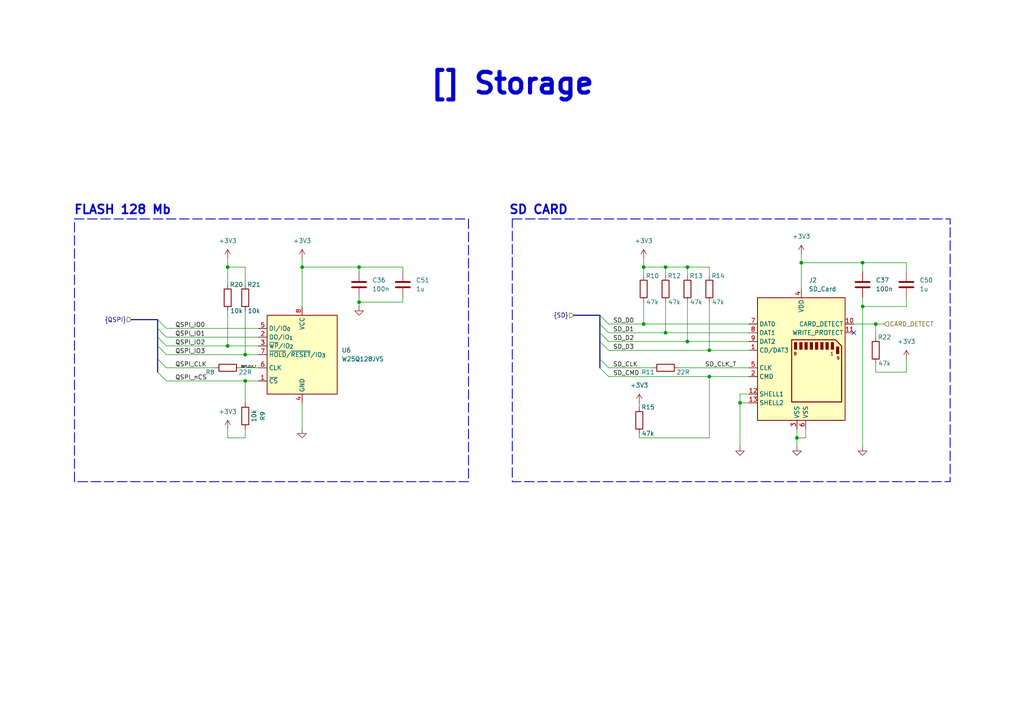
<source format=kicad_sch>
(kicad_sch (version 20250114) (generator "eeschema") (generator_version "9.0")
  (paper "A4")
  (title_block (title "Storage") (date "2025-12-13") (rev "1.0") (company "Hoppen"))
  (lib_symbols
    (symbol "0_storage:SD_Card_Receptacle"
      (property "Reference" "J" (at -11.938 19.304 0))
      (property "Value" "SD_Card" (at 12.7 19.05 0))
      (symbol "SD_Card_Receptacle_0_1"
        (rectangle (start -2.032 2.794) (end -1.27 4.826) (fill (type outline)))
        (rectangle (start -0.508 2.794) (end 0.254 4.826) (fill (type outline)))
        (rectangle (start 1.016 2.794) (end 1.778 4.826) (fill (type outline)))
        (rectangle (start 2.54 2.794) (end 3.302 4.826) (fill (type outline)))
        (rectangle (start 4.064 2.794) (end 4.826 4.826) (fill (type outline)))
        (rectangle (start 5.588 2.794) (end 6.35 4.826) (fill (type outline)))
        (rectangle (start 7.112 2.794) (end 7.874 4.826) (fill (type outline)))
        (rectangle (start 8.636 2.794) (end 9.398 4.826) (fill (type outline)))
        (rectangle (start 10.16 1.524) (end 10.922 3.556) (fill (type outline)))
      )
      (symbol "SD_Card_Receptacle_1_1"
        (rectangle (start -12.7 17.78) (end 12.7 -17.78) (stroke (width 0.254)) (fill (type background)))
        (polyline (pts (xy 9.906 5.588) (xy -2.794 5.588) (xy -2.794 -12.446) (xy 11.684 -12.446) (xy 11.684 3.81) (xy 9.906 5.588)) (stroke (width 0.3)))
        (text "8" (at -1.778 1.524 0) (effects (font (size 0.9 0.9))))
        (text "1" (at 8.89 1.524 0) (effects (font (size 0.9 0.9))))
        (text "9" (at 10.668 0.254 0) (effects (font (size 0.9 0.9))))
        (pin bidirectional line (at -15.24 10.16 0) (length 2.54) (name "DAT0") (number "7"))
        (pin bidirectional line (at -15.24 7.62 0) (length 2.54) (name "DAT1") (number "8"))
        (pin bidirectional line (at -15.24 5.08 0) (length 2.54) (name "DAT2") (number "9"))
        (pin bidirectional line (at -15.24 2.54 0) (length 2.54) (name "CD/DAT3") (number "1"))
        (pin input line (at -15.24 -2.54 0) (length 2.54) (name "CLK") (number "5"))
        (pin bidirectional line (at -15.24 -5.08 0) (length 2.54) (name "CMD") (number "2"))
        (pin passive line (at -15.24 -10.16 0) (length 2.54) (name "SHELL1") (number "12"))
        (pin passive line (at -15.24 -12.7 0) (length 2.54) (name "SHELL2") (number "13"))
        (pin power_in line (at -1.27 -20.32 90) (length 2.54) (name "VSS") (number "3"))
        (pin power_in line (at 0 20.32 270) (length 2.54) (name "VDD") (number "4"))
        (pin passive line (at 1.27 -20.32 90) (length 2.54) (name "VSS") (number "6"))
        (pin output line (at 15.24 10.16 180) (length 2.54) (name "CARD_DETECT") (number "10"))
        (pin output line (at 15.24 7.62 180) (length 2.54) (name "WRITE_PROTECT") (number "11"))
      )
    )
    (symbol "0_storage:W25Q128JVS"
      (property "Reference" "U" (at -10.16 11.43 0))
      (property "Value" "W25Q128JVS" (at 7.62 11.43 0))
      (symbol "W25Q128JVS_0_1"
        (rectangle (start -10.16 10.16) (end 10.16 -12.7) (stroke (width 0.254)) (fill (type background)))
      )
      (symbol "W25Q128JVS_1_1"
        (pin bidirectional line (at -12.7 6.35 0) (length 2.54) (name "DI/IO_{0}") (number "5"))
        (pin bidirectional line (at -12.7 3.81 0) (length 2.54) (name "DO/IO_{1}") (number "2"))
        (pin bidirectional line (at -12.7 1.27 0) (length 2.54) (name "~{WP}/IO_{2}") (number "3"))
        (pin bidirectional line (at -12.7 -1.27 0) (length 2.54) (name "~{HOLD}/~{RESET}/IO_{3}") (number "7"))
        (pin input line (at -12.7 -5.08 0) (length 2.54) (name "CLK") (number "6"))
        (pin input line (at -12.7 -8.89 0) (length 2.54) (name "~{CS}") (number "1"))
        (pin power_in line (at 0 12.7 270) (length 2.54) (name "VCC") (number "8"))
        (pin power_in line (at 0 -15.24 90) (length 2.54) (name "GND") (number "4"))
      )
    )
    (symbol "Device:C" (pin_numbers (hide yes)) (pin_names (offset 0.254))
      (property "Reference" "C" (at 0.635 2.54 0))
      (property "Value" "C" (at 0.635 -2.54 0))
      (symbol "C_0_1"
        (polyline (pts (xy -2.032 0.762) (xy 2.032 0.762)) (stroke (width 0.508)))
        (polyline (pts (xy -2.032 -0.762) (xy 2.032 -0.762)) (stroke (width 0.508)))
      )
      (symbol "C_1_1"
        (pin passive line (at 0 3.81 270) (length 2.794) (name "~") (number "1"))
        (pin passive line (at 0 -3.81 90) (length 2.794) (name "~") (number "2"))
      )
    )
    (symbol "Device:R" (pin_numbers (hide yes)) (pin_names (offset 0))
      (property "Reference" "R" (at 2.032 0 90))
      (property "Value" "R" (at 0 0 90))
      (symbol "R_0_1"
        (rectangle (start -1.016 -2.54) (end 1.016 2.54) (stroke (width 0.254)))
      )
      (symbol "R_1_1"
        (pin passive line (at 0 3.81 270) (length 1.27) (name "~") (number "1"))
        (pin passive line (at 0 -3.81 90) (length 1.27) (name "~") (number "2"))
      )
    )
    (symbol "power:+3.3V" (power) (pin_numbers (hide yes)) (pin_names (offset 0) (hide yes))
      (property "Value" "+3.3V" (at 0 3.556 0))
      (symbol "+3.3V_0_1"
        (polyline (pts (xy -0.762 1.27) (xy 0 2.54)))
        (polyline (pts (xy 0 2.54) (xy 0.762 1.27)))
        (polyline (pts (xy 0 0) (xy 0 2.54)))
      )
      (symbol "+3.3V_1_1"
        (pin power_in line (at 0 0 90) (length 0) (name "~") (number "1"))
      )
    )
    (symbol "power:GND" (power) (pin_numbers (hide yes)) (pin_names (offset 0) (hide yes))
      (property "Value" "GND" (at 0 -3.81 0))
      (symbol "GND_0_1"
        (polyline (pts (xy 0 0) (xy 0 -1.27) (xy 1.27 -1.27) (xy 0 -2.54) (xy -1.27 -1.27) (xy 0 -1.27)))
      )
      (symbol "GND_1_1"
        (pin power_in line (at 0 0 270) (length 0) (name "~") (number "1"))
      )
    )
  )
  (bus_alias "QSPI" (members "QSPI_IO0" "QSPI_IO1" "QSPI_IO2" "QSPI_IO3" "QSPI_CLK" "QSPI_nCS"))
  (bus_alias "SD" (members "SD_D0" "SD_D1" "SD_D2" "SD_D3" "SD_CLK" "SD_CMD"))
  (rectangle (start 148.59 63.5) (end 275.59 139.7) (stroke (width 0.254) (type dash)))
  (rectangle (start 21.59 63.5) (end 135.89 139.7) (stroke (width 0.254) (type dash)))
  (text "FLASH 128 Mb\n" (at 35.56 60.96 0) (effects (font (size 2.54 2.54) (thickness 0.508) (bold yes))))
  (text "SD CARD\n" (at 156.21 60.96 0) (effects (font (size 2.54 2.54) (thickness 0.508) (bold yes))))
  (text_box "[${#}] ${TITLE}" (at 101.6 17.78 0) (size 93.98 12.7) (margins 4.4999 4.4999 4.4999 4.4999) (stroke (width -0.0001)) (effects (font (size 6 6) (thickness 1.2) (bold yes))))
  (junction (at 205.74 101.6))
  (junction (at 231.14 127))
  (junction (at 71.12 110.49))
  (junction (at 104.14 77.47))
  (junction (at 193.04 96.52))
  (junction (at 199.39 99.06))
  (junction (at 250.19 88.9))
  (junction (at 205.74 109.22))
  (junction (at 71.12 102.87))
  (junction (at 186.69 93.98))
  (junction (at 199.39 77.47))
  (junction (at 87.63 77.47))
  (junction (at 66.04 77.47))
  (junction (at 104.14 87.63))
  (junction (at 250.19 76.2))
  (junction (at 214.63 116.84))
  (junction (at 66.04 100.33))
  (junction (at 254 93.98))
  (junction (at 232.41 76.2))
  (junction (at 186.69 77.47))
  (junction (at 193.04 77.47))
  (no_connect (at 247.65 96.52))
  (bus_entry (at 45.72 104.14) (size 2.54 2.54))
  (bus_entry (at 45.72 97.79) (size 2.54 2.54))
  (bus_entry (at 173.99 93.98) (size 2.54 2.54))
  (bus_entry (at 173.99 104.14) (size 2.54 2.54))
  (bus_entry (at 173.99 99.06) (size 2.54 2.54))
  (bus_entry (at 173.99 96.52) (size 2.54 2.54))
  (bus_entry (at 173.99 106.68) (size 2.54 2.54))
  (bus_entry (at 45.72 92.71) (size 2.54 2.54))
  (bus_entry (at 45.72 107.95) (size 2.54 2.54))
  (bus_entry (at 173.99 91.44) (size 2.54 2.54))
  (bus_entry (at 45.72 95.25) (size 2.54 2.54))
  (bus_entry (at 45.72 100.33) (size 2.54 2.54))
  (wire (pts (xy 71.12 110.49) (xy 71.12 116.84)))
  (wire (pts (xy 66.04 77.47) (xy 71.12 77.47)))
  (wire (pts (xy 71.12 102.87) (xy 74.93 102.87)))
  (wire (pts (xy 104.14 77.47) (xy 116.84 77.47)))
  (wire (pts (xy 193.04 96.52) (xy 217.17 96.52)))
  (wire (pts (xy 66.04 100.33) (xy 74.93 100.33)))
  (bus (pts (xy 45.72 104.14) (xy 45.72 100.33)))
  (wire (pts (xy 199.39 77.47) (xy 199.39 80.01)))
  (wire (pts (xy 186.69 77.47) (xy 186.69 80.01)))
  (wire (pts (xy 205.74 109.22) (xy 217.17 109.22)))
  (wire (pts (xy 87.63 77.47) (xy 87.63 88.9)))
  (wire (pts (xy 193.04 77.47) (xy 186.69 77.47)))
  (bus (pts (xy 173.99 96.52) (xy 173.99 93.98)))
  (wire (pts (xy 254 93.98) (xy 256.54 93.98)))
  (wire (pts (xy 254 105.41) (xy 254 107.95)))
  (wire (pts (xy 186.69 74.93) (xy 186.69 77.47)))
  (wire (pts (xy 87.63 116.84) (xy 87.63 124.46)))
  (wire (pts (xy 205.74 101.6) (xy 217.17 101.6)))
  (wire (pts (xy 232.41 73.66) (xy 232.41 76.2)))
  (wire (pts (xy 214.63 116.84) (xy 217.17 116.84)))
  (wire (pts (xy 48.26 95.25) (xy 74.93 95.25)))
  (wire (pts (xy 87.63 74.93) (xy 87.63 77.47)))
  (wire (pts (xy 205.74 77.47) (xy 199.39 77.47)))
  (wire (pts (xy 233.68 124.46) (xy 233.68 127)))
  (bus (pts (xy 173.99 93.98) (xy 173.99 91.44)))
  (wire (pts (xy 176.53 99.06) (xy 199.39 99.06)))
  (wire (pts (xy 250.19 76.2) (xy 250.19 78.74)))
  (wire (pts (xy 66.04 74.93) (xy 66.04 77.47)))
  (wire (pts (xy 185.42 125.73) (xy 185.42 127)))
  (wire (pts (xy 116.84 87.63) (xy 116.84 86.36)))
  (wire (pts (xy 66.04 90.17) (xy 66.04 100.33)))
  (wire (pts (xy 71.12 110.49) (xy 74.93 110.49)))
  (bus (pts (xy 173.99 99.06) (xy 173.99 96.52)))
  (wire (pts (xy 205.74 87.63) (xy 205.74 101.6)))
  (wire (pts (xy 71.12 90.17) (xy 71.12 102.87)))
  (wire (pts (xy 193.04 77.47) (xy 193.04 80.01)))
  (wire (pts (xy 250.19 76.2) (xy 262.89 76.2)))
  (wire (pts (xy 214.63 114.3) (xy 217.17 114.3)))
  (wire (pts (xy 48.26 110.49) (xy 71.12 110.49)))
  (bus (pts (xy 173.99 106.68) (xy 173.99 104.14)))
  (wire (pts (xy 48.26 106.68) (xy 62.23 106.68)))
  (wire (pts (xy 232.41 76.2) (xy 250.19 76.2)))
  (bus (pts (xy 45.72 97.79) (xy 45.72 95.25)))
  (wire (pts (xy 71.12 127) (xy 71.12 124.46)))
  (wire (pts (xy 250.19 86.36) (xy 250.19 88.9)))
  (wire (pts (xy 231.14 127) (xy 231.14 129.54)))
  (wire (pts (xy 104.14 87.63) (xy 104.14 86.36)))
  (wire (pts (xy 262.89 88.9) (xy 250.19 88.9)))
  (wire (pts (xy 193.04 87.63) (xy 193.04 96.52)))
  (wire (pts (xy 231.14 127) (xy 233.68 127)))
  (wire (pts (xy 254 93.98) (xy 254 97.79)))
  (wire (pts (xy 104.14 87.63) (xy 116.84 87.63)))
  (wire (pts (xy 48.26 100.33) (xy 66.04 100.33)))
  (wire (pts (xy 87.63 77.47) (xy 104.14 77.47)))
  (wire (pts (xy 247.65 93.98) (xy 254 93.98)))
  (wire (pts (xy 231.14 124.46) (xy 231.14 127)))
  (wire (pts (xy 214.63 129.54) (xy 214.63 116.84)))
  (bus (pts (xy 45.72 92.71) (xy 38.1 92.71)))
  (wire (pts (xy 116.84 77.47) (xy 116.84 78.74)))
  (wire (pts (xy 66.04 124.46) (xy 66.04 127)))
  (bus (pts (xy 45.72 100.33) (xy 45.72 97.79)))
  (wire (pts (xy 262.89 86.36) (xy 262.89 88.9)))
  (wire (pts (xy 186.69 87.63) (xy 186.69 93.98)))
  (wire (pts (xy 199.39 99.06) (xy 217.17 99.06)))
  (wire (pts (xy 254 107.95) (xy 262.89 107.95)))
  (wire (pts (xy 48.26 102.87) (xy 71.12 102.87)))
  (wire (pts (xy 186.69 93.98) (xy 217.17 93.98)))
  (wire (pts (xy 71.12 77.47) (xy 71.12 82.55)))
  (wire (pts (xy 48.26 97.79) (xy 74.93 97.79)))
  (wire (pts (xy 214.63 116.84) (xy 214.63 114.3)))
  (bus (pts (xy 173.99 91.44) (xy 166.37 91.44)))
  (wire (pts (xy 69.85 106.68) (xy 74.93 106.68)))
  (wire (pts (xy 232.41 83.82) (xy 232.41 76.2)))
  (wire (pts (xy 185.42 116.84) (xy 185.42 118.11)))
  (bus (pts (xy 45.72 95.25) (xy 45.72 92.71)))
  (wire (pts (xy 199.39 77.47) (xy 193.04 77.47)))
  (wire (pts (xy 205.74 80.01) (xy 205.74 77.47)))
  (wire (pts (xy 176.53 96.52) (xy 193.04 96.52)))
  (wire (pts (xy 66.04 77.47) (xy 66.04 82.55)))
  (wire (pts (xy 176.53 106.68) (xy 189.23 106.68)))
  (wire (pts (xy 199.39 87.63) (xy 199.39 99.06)))
  (wire (pts (xy 176.53 101.6) (xy 205.74 101.6)))
  (wire (pts (xy 262.89 76.2) (xy 262.89 78.74)))
  (wire (pts (xy 104.14 87.63) (xy 104.14 88.9)))
  (bus (pts (xy 45.72 107.95) (xy 45.72 104.14)))
  (wire (pts (xy 262.89 104.14) (xy 262.89 107.95)))
  (wire (pts (xy 185.42 127) (xy 205.74 127)))
  (wire (pts (xy 104.14 77.47) (xy 104.14 78.74)))
  (bus (pts (xy 173.99 99.06) (xy 173.99 104.14)))
  (wire (pts (xy 176.53 93.98) (xy 186.69 93.98)))
  (wire (pts (xy 66.04 127) (xy 71.12 127)))
  (wire (pts (xy 205.74 127) (xy 205.74 109.22)))
  (wire (pts (xy 176.53 109.22) (xy 205.74 109.22)))
  (wire (pts (xy 196.85 106.68) (xy 217.17 106.68)))
  (wire (pts (xy 250.19 88.9) (xy 250.19 129.54)))
  (label "QSPI_IO1" (at 50.8 97.79 0))
  (label "QSPI_CLK" (at 50.8 106.68 0))
  (label "SD_D3" (at 177.8 101.6 0))
  (label "SD_CLK_T" (at 204.47 106.68 0))
  (label "QSPI_nCS" (at 50.8 110.49 0))
  (label "SD_CLK" (at 177.8 106.68 0))
  (label "QSPI_IO0" (at 50.8 95.25 0))
  (label "SD_CMD" (at 177.8 109.22 0))
  (label "QSPI_CLK_T" (at 69.85 106.68 0) (effects (font (size 0.508 0.508))))
  (label "QSPI_IO3" (at 50.8 102.87 0))
  (label "SD_D0" (at 177.8 93.98 0))
  (label "SD_D1" (at 177.8 96.52 0))
  (label "SD_D2" (at 177.8 99.06 0))
  (label "QSPI_IO2" (at 50.8 100.33 0))
  (hierarchical_label "CARD_DETECT" (shape input) (at 256.54 93.98 0))
  (hierarchical_label "{QSPI}" (shape input) (at 38.1 92.71 180))
  (hierarchical_label "{SD}" (shape input) (at 166.37 91.44 180))
  (symbol (lib_id "power:+3.3V") (at 186.69 74.93 0) (unit 1)
    (property "Reference" "#PWR078" (effects (hide yes)))
    (property "Value" "+3V3" (at 186.69 69.85 0))
    (property "Description" "Power symbol creates a global label with name \"+3.3V\"" (effects (hide yes)))
  )
  (symbol (lib_id "power:+3.3V") (at 66.04 74.93 0) (unit 1)
    (property "Reference" "#PWR084" (effects (hide yes)))
    (property "Value" "+3V3" (at 66.04 69.85 0))
    (property "Description" "Power symbol creates a global label with name \"+3.3V\"" (effects (hide yes)))
  )
  (symbol (lib_id "power:+3.3V") (at 87.63 74.93 0) (unit 1)
    (property "Reference" "#PWR042" (effects (hide yes)))
    (property "Value" "+3V3" (at 87.63 69.85 0))
    (property "Description" "Power symbol creates a global label with name \"+3.3V\"" (effects (hide yes)))
  )
  (symbol (lib_id "Device:R") (at 71.12 120.65 180) (unit 1)
    (property "Reference" "R9" (at 76.2 120.65 90))
    (property "Value" "10k" (at 73.66 120.65 90))
    (property "Footprint" "0_resistor_smd:R_0402_1005Metric" (effects (hide yes)))
    (property "Description" "Resistor" (effects (hide yes)))
  )
  (symbol (lib_id "Device:C") (at 104.14 82.55 0) (unit 1)
    (property "Reference" "C36" (at 107.95 81.2799 0) (effects (justify left)))
    (property "Value" "100n" (at 107.95 83.8199 0) (effects (justify left)))
    (property "Footprint" "0_capacitor_smd:C_0402_1005Metric" (effects (hide yes)))
    (property "Description" "Unpolarized capacitor" (effects (hide yes)))
  )
  (symbol (lib_id "power:GND") (at 214.63 129.54 0) (unit 1)
    (property "Reference" "#PWR046" (effects (hide yes)))
    (property "Value" "GND" (effects (hide yes)))
    (property "Description" "Power symbol creates a global label with name \"GND\" , ground" (effects (hide yes)))
  )
  (symbol (lib_id "Device:R") (at 193.04 83.82 0) (unit 1)
    (property "Reference" "R12" (at 195.58 80.01 0))
    (property "Value" "47k" (at 195.58 87.63 0))
    (property "Footprint" "0_resistor_smd:R_0402_1005Metric" (effects (hide yes)))
    (property "Description" "Resistor" (effects (hide yes)))
  )
  (symbol (lib_id "Device:R") (at 66.04 86.36 0) (unit 1)
    (property "Reference" "R20" (at 68.58 82.55 0))
    (property "Value" "10k" (at 68.58 90.17 0))
    (property "Footprint" "0_resistor_smd:R_0402_1005Metric" (effects (hide yes)))
    (property "Description" "Resistor" (effects (hide yes)))
  )
  (symbol (lib_id "power:GND") (at 104.14 88.9 0) (unit 1)
    (property "Reference" "#PWR044" (effects (hide yes)))
    (property "Value" "GND" (effects (hide yes)))
    (property "Description" "Power symbol creates a global label with name \"GND\" , ground" (effects (hide yes)))
  )
  (symbol (lib_id "power:GND") (at 231.14 129.54 0) (unit 1)
    (property "Reference" "#PWR047" (effects (hide yes)))
    (property "Value" "GND" (effects (hide yes)))
    (property "Description" "Power symbol creates a global label with name \"GND\" , ground" (effects (hide yes)))
  )
  (symbol (lib_id "power:+3.3V") (at 232.41 73.66 0) (unit 1)
    (property "Reference" "#PWR049" (effects (hide yes)))
    (property "Value" "+3V3" (at 232.41 68.58 0))
    (property "Description" "Power symbol creates a global label with name \"+3.3V\"" (effects (hide yes)))
  )
  (symbol (lib_id "Device:C") (at 116.84 82.55 0) (unit 1)
    (property "Reference" "C51" (at 120.65 81.2799 0) (effects (justify left)))
    (property "Value" "1u" (at 120.65 83.8199 0) (effects (justify left)))
    (property "Footprint" "0_capacitor_smd:C_0603_1608Metric" (effects (hide yes)))
    (property "Description" "Unpolarized capacitor" (effects (hide yes)))
  )
  (symbol (lib_id "Device:R") (at 71.12 86.36 0) (unit 1)
    (property "Reference" "R21" (at 73.66 82.55 0))
    (property "Value" "10k" (at 73.66 90.17 0))
    (property "Footprint" "0_resistor_smd:R_0402_1005Metric" (effects (hide yes)))
    (property "Description" "Resistor" (effects (hide yes)))
  )
  (symbol (lib_id "Device:R") (at 66.04 106.68 90) (unit 1)
    (property "Reference" "R8" (at 60.96 107.95 90))
    (property "Value" "22R" (at 71.12 107.95 90))
    (property "Footprint" "0_resistor_smd:R_0402_1005Metric" (effects (hide yes)))
    (property "Description" "Resistor" (effects (hide yes)))
  )
  (symbol (lib_id "Device:R") (at 186.69 83.82 0) (unit 1)
    (property "Reference" "R10" (at 189.23 80.01 0))
    (property "Value" "47k" (at 189.23 87.63 0))
    (property "Footprint" "0_resistor_smd:R_0402_1005Metric" (effects (hide yes)))
    (property "Description" "Resistor" (effects (hide yes)))
  )
  (symbol (lib_id "power:GND") (at 87.63 124.46 0) (unit 1)
    (property "Reference" "#PWR043" (effects (hide yes)))
    (property "Value" "GND" (effects (hide yes)))
    (property "Description" "Power symbol creates a global label with name \"GND\" , ground" (effects (hide yes)))
  )
  (symbol (lib_id "power:+3.3V") (at 66.04 124.46 0) (unit 1)
    (property "Reference" "#PWR045" (effects (hide yes)))
    (property "Value" "+3V3" (at 66.04 119.38 0))
    (property "Description" "Power symbol creates a global label with name \"+3.3V\"" (effects (hide yes)))
  )
  (symbol (lib_id "Device:R") (at 254 101.6 0) (unit 1)
    (property "Reference" "R22" (at 256.54 97.79 0))
    (property "Value" "47k" (at 256.54 105.41 0))
    (property "Footprint" "0_resistor_smd:R_0402_1005Metric" (effects (hide yes)))
    (property "Description" "Resistor" (effects (hide yes)))
  )
  (symbol (lib_id "power:+3.3V") (at 185.42 116.84 0) (unit 1)
    (property "Reference" "#PWR079" (effects (hide yes)))
    (property "Value" "+3V3" (at 185.42 111.76 0))
    (property "Description" "Power symbol creates a global label with name \"+3.3V\"" (effects (hide yes)))
  )
  (symbol (lib_id "Device:R") (at 193.04 106.68 90) (unit 1)
    (property "Reference" "R11" (at 187.96 107.95 90))
    (property "Value" "22R" (at 198.12 107.95 90))
    (property "Footprint" "0_resistor_smd:R_0402_1005Metric" (effects (hide yes)))
    (property "Description" "Resistor" (effects (hide yes)))
  )
  (symbol (lib_id "Device:R") (at 205.74 83.82 0) (unit 1)
    (property "Reference" "R14" (at 208.28 80.01 0))
    (property "Value" "47k" (at 208.28 87.63 0))
    (property "Footprint" "0_resistor_smd:R_0402_1005Metric" (effects (hide yes)))
    (property "Description" "Resistor" (effects (hide yes)))
  )
  (symbol (lib_id "Device:R") (at 199.39 83.82 0) (unit 1)
    (property "Reference" "R13" (at 201.93 80.01 0))
    (property "Value" "47k" (at 201.93 87.63 0))
    (property "Footprint" "0_resistor_smd:R_0402_1005Metric" (effects (hide yes)))
    (property "Description" "Resistor" (effects (hide yes)))
  )
  (symbol (lib_id "Device:C") (at 250.19 82.55 0) (unit 1)
    (property "Reference" "C37" (at 254 81.2799 0) (effects (justify left)))
    (property "Value" "100n" (at 254 83.8199 0) (effects (justify left)))
    (property "Footprint" "0_capacitor_smd:C_0402_1005Metric" (effects (hide yes)))
    (property "Description" "Unpolarized capacitor" (effects (hide yes)))
  )
  (symbol (lib_id "power:+3.3V") (at 262.89 104.14 0) (unit 1)
    (property "Reference" "#PWR080" (effects (hide yes)))
    (property "Value" "+3V3" (at 262.89 99.06 0))
    (property "Description" "Power symbol creates a global label with name \"+3.3V\"" (effects (hide yes)))
  )
  (symbol (lib_id "Device:C") (at 262.89 82.55 0) (unit 1)
    (property "Reference" "C50" (at 266.7 81.2799 0) (effects (justify left)))
    (property "Value" "1u" (at 266.7 83.8199 0) (effects (justify left)))
    (property "Footprint" "0_capacitor_smd:C_0603_1608Metric" (effects (hide yes)))
    (property "Description" "Unpolarized capacitor" (effects (hide yes)))
  )
  (symbol (lib_id "0_storage:W25Q128JVS") (at 87.63 101.6 0) (unit 1)
    (property "Reference" "U6" (at 99.06 101.5999 0) (effects (justify left)))
    (property "Value" "W25Q128JVS" (at 99.06 104.1399 0) (effects (justify left)))
    (property "Footprint" "Package_SO:SOIC-8_5.3x5.3mm_P1.27mm" (effects (hide yes)))
    (property "Datasheet" "https://www.winbond.com/resource-files/w25q128jv_dtr%20revc%2003272018%20plus.pdf" (effects (hide yes)))
    (property "Description" "128Mbit / 16MiB Serial Flash Memory, Standard/Dual/Quad SPI, 2.7-3.6V, SOIC-8" (effects (hide yes)))
  )
  (symbol (lib_id "Device:R") (at 185.42 121.92 0) (unit 1)
    (property "Reference" "R15" (at 187.96 118.11 0))
    (property "Value" "47k" (at 187.96 125.73 0))
    (property "Footprint" "0_resistor_smd:R_0402_1005Metric" (effects (hide yes)))
    (property "Description" "Resistor" (effects (hide yes)))
  )
  (symbol (lib_id "power:GND") (at 250.19 129.54 0) (unit 1)
    (property "Reference" "#PWR048" (effects (hide yes)))
    (property "Value" "GND" (effects (hide yes)))
    (property "Description" "Power symbol creates a global label with name \"GND\" , ground" (effects (hide yes)))
  )
  (symbol (lib_id "0_storage:SD_Card_Receptacle") (at 232.41 104.14 0) (unit 1)
    (property "Reference" "J2" (at 234.5533 81.28 0) (effects (justify left)))
    (property "Value" "SD_Card" (at 234.5533 83.82 0) (effects (justify left)))
    (property "Datasheet" "http://portal.fciconnect.com/Comergent//fci/drawing/10067847.pdf" (effects (hide yes)))
    (property "Description" "SD card receptacle" (effects (hide yes)))
  )
)
</source>
